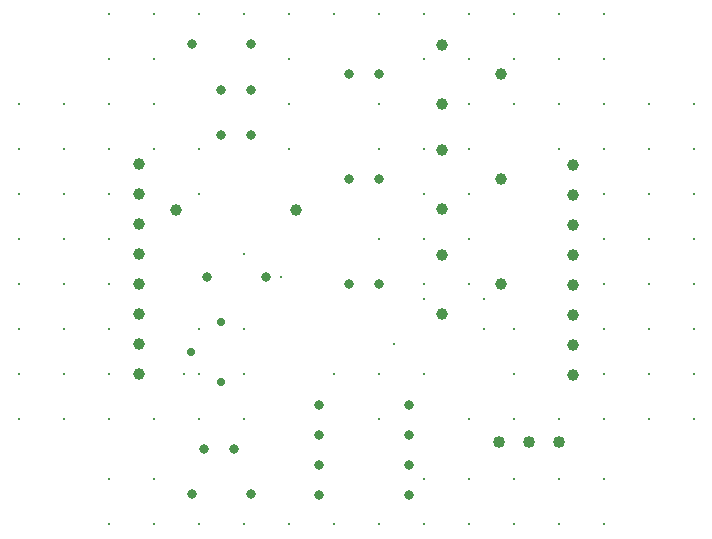
<source format=gbr>
%TF.GenerationSoftware,KiCad,Pcbnew,9.0.6*%
%TF.CreationDate,2026-01-11T11:59:42+09:00*%
%TF.ProjectId,SyncSeparator,53796e63-5365-4706-9172-61746f722e6b,rev?*%
%TF.SameCoordinates,Original*%
%TF.FileFunction,Plated,1,2,PTH,Drill*%
%TF.FilePolarity,Positive*%
%FSLAX46Y46*%
G04 Gerber Fmt 4.6, Leading zero omitted, Abs format (unit mm)*
G04 Created by KiCad (PCBNEW 9.0.6) date 2026-01-11 11:59:42*
%MOMM*%
%LPD*%
G01*
G04 APERTURE LIST*
%TA.AperFunction,ViaDrill*%
%ADD10C,0.300000*%
%TD*%
%TA.AperFunction,ComponentDrill*%
%ADD11C,0.700000*%
%TD*%
%TA.AperFunction,ComponentDrill*%
%ADD12C,0.800000*%
%TD*%
%TA.AperFunction,ComponentDrill*%
%ADD13C,1.000000*%
%TD*%
%TA.AperFunction,ComponentDrill*%
%ADD14C,1.020000*%
%TD*%
G04 APERTURE END LIST*
D10*
X86360000Y-73660000D03*
X86360000Y-77470000D03*
X86360000Y-81280000D03*
X86360000Y-85090000D03*
X86360000Y-88900000D03*
X86360000Y-92710000D03*
X86360000Y-96520000D03*
X86360000Y-100330000D03*
X90170000Y-73660000D03*
X90170000Y-77470000D03*
X90170000Y-81280000D03*
X90170000Y-85090000D03*
X90170000Y-88900000D03*
X90170000Y-92710000D03*
X90170000Y-96520000D03*
X90170000Y-100330000D03*
X93980000Y-66040000D03*
X93980000Y-69850000D03*
X93980000Y-73660000D03*
X93980000Y-77470000D03*
X93980000Y-81280000D03*
X93980000Y-85090000D03*
X93980000Y-88900000D03*
X93980000Y-92710000D03*
X93980000Y-96520000D03*
X93980000Y-100330000D03*
X93980000Y-105410000D03*
X93980000Y-109220000D03*
X97790000Y-66040000D03*
X97790000Y-69850000D03*
X97790000Y-73660000D03*
X97790000Y-77470000D03*
X97790000Y-100330000D03*
X97790000Y-105410000D03*
X97790000Y-109220000D03*
X100315000Y-96505000D03*
X101600000Y-66040000D03*
X101600000Y-77470000D03*
X101600000Y-81280000D03*
X101600000Y-92710000D03*
X101600000Y-96520000D03*
X101600000Y-100330000D03*
X101600000Y-109220000D03*
X105395000Y-86345000D03*
X105410000Y-66040000D03*
X105410000Y-92710000D03*
X105410000Y-96520000D03*
X105410000Y-100330000D03*
X105410000Y-109220000D03*
X108585000Y-88265000D03*
X109220000Y-66040000D03*
X109220000Y-69850000D03*
X109220000Y-73660000D03*
X109220000Y-77470000D03*
X109220000Y-109220000D03*
X113030000Y-66040000D03*
X113030000Y-96520000D03*
X113030000Y-109220000D03*
X116840000Y-66040000D03*
X116840000Y-73660000D03*
X116840000Y-77470000D03*
X116840000Y-85090000D03*
X116840000Y-96520000D03*
X116840000Y-100330000D03*
X116840000Y-109220000D03*
X118110000Y-93980000D03*
X120650000Y-66040000D03*
X120650000Y-69850000D03*
X120650000Y-77470000D03*
X120650000Y-81280000D03*
X120650000Y-85090000D03*
X120650000Y-88900000D03*
X120650000Y-90170000D03*
X120650000Y-96520000D03*
X120650000Y-105410000D03*
X120650000Y-109220000D03*
X124460000Y-66040000D03*
X124460000Y-69850000D03*
X124460000Y-73660000D03*
X124460000Y-77470000D03*
X124460000Y-81280000D03*
X124460000Y-85090000D03*
X124460000Y-88900000D03*
X124460000Y-100330000D03*
X124460000Y-105410000D03*
X124460000Y-109220000D03*
X125730000Y-90170000D03*
X125730000Y-92710000D03*
X128270000Y-66040000D03*
X128270000Y-69850000D03*
X128270000Y-73660000D03*
X128270000Y-92710000D03*
X128270000Y-96520000D03*
X128270000Y-100330000D03*
X128270000Y-105410000D03*
X128270000Y-109220000D03*
X132080000Y-66040000D03*
X132080000Y-69850000D03*
X132080000Y-73660000D03*
X132080000Y-77470000D03*
X132080000Y-100330000D03*
X132080000Y-105410000D03*
X132080000Y-109220000D03*
X135890000Y-66040000D03*
X135890000Y-69850000D03*
X135890000Y-73660000D03*
X135890000Y-77470000D03*
X135890000Y-81280000D03*
X135890000Y-85090000D03*
X135890000Y-88900000D03*
X135890000Y-92710000D03*
X135890000Y-96520000D03*
X135890000Y-100330000D03*
X135890000Y-105410000D03*
X135890000Y-109220000D03*
X139700000Y-73660000D03*
X139700000Y-77470000D03*
X139700000Y-81280000D03*
X139700000Y-85090000D03*
X139700000Y-88900000D03*
X139700000Y-92710000D03*
X139700000Y-96520000D03*
X139700000Y-100330000D03*
X143510000Y-73660000D03*
X143510000Y-77470000D03*
X143510000Y-81280000D03*
X143510000Y-85090000D03*
X143510000Y-88900000D03*
X143510000Y-92710000D03*
X143510000Y-96520000D03*
X143510000Y-100330000D03*
D11*
%TO.C,RV1*%
X100965000Y-94600000D03*
X103505000Y-92060000D03*
X103505000Y-97140000D03*
D12*
%TO.C,C3*%
X101005000Y-106680000D03*
%TO.C,C2*%
X101045000Y-68580000D03*
%TO.C,R3*%
X102050000Y-102870000D03*
%TO.C,C1*%
X102315000Y-88265000D03*
%TO.C,R2*%
X103505000Y-72430000D03*
%TO.C,R1*%
X103505000Y-76240000D03*
%TO.C,R3*%
X104590000Y-102870000D03*
%TO.C,C3*%
X106005000Y-106680000D03*
%TO.C,C2*%
X106045000Y-68580000D03*
%TO.C,R2*%
X106045000Y-72430000D03*
%TO.C,R1*%
X106045000Y-76240000D03*
%TO.C,C1*%
X107315000Y-88265000D03*
%TO.C,U1*%
X111770000Y-99070000D03*
X111770000Y-101610000D03*
X111770000Y-104150000D03*
X111770000Y-106690000D03*
%TO.C,C4*%
X114340000Y-71120000D03*
%TO.C,C5*%
X114340000Y-80010000D03*
%TO.C,C6*%
X114340000Y-88900000D03*
%TO.C,C4*%
X116840000Y-71120000D03*
%TO.C,C5*%
X116840000Y-80010000D03*
%TO.C,C6*%
X116840000Y-88900000D03*
%TO.C,U1*%
X119390000Y-99070000D03*
X119390000Y-101610000D03*
X119390000Y-104150000D03*
X119390000Y-106690000D03*
D13*
%TO.C,J1*%
X96577000Y-78725000D03*
X96577000Y-81265000D03*
X96577000Y-83805000D03*
X96577000Y-86345000D03*
X96577000Y-88885000D03*
X96577000Y-91425000D03*
X96577000Y-93965000D03*
X96577000Y-96505000D03*
%TO.C,D1*%
X99695000Y-82580000D03*
X109855000Y-82580000D03*
%TO.C,RV2*%
X122220000Y-68620000D03*
X122220000Y-73620000D03*
%TO.C,RV3*%
X122220000Y-77510000D03*
X122220000Y-82510000D03*
%TO.C,RV4*%
X122220000Y-86400000D03*
X122220000Y-91400000D03*
%TO.C,RV2*%
X127220000Y-71120000D03*
%TO.C,RV3*%
X127220000Y-80010000D03*
%TO.C,RV4*%
X127220000Y-88900000D03*
%TO.C,J2*%
X133293000Y-78755000D03*
X133293000Y-81295000D03*
X133293000Y-83835000D03*
X133293000Y-86375000D03*
X133293000Y-88915000D03*
X133293000Y-91455000D03*
X133293000Y-93995000D03*
X133293000Y-96535000D03*
D14*
%TO.C,SW1*%
X127000000Y-102235000D03*
X129540000Y-102235000D03*
X132080000Y-102235000D03*
M02*

</source>
